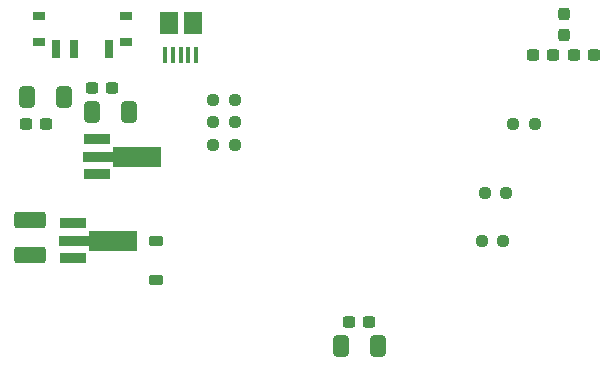
<source format=gtp>
%TF.GenerationSoftware,KiCad,Pcbnew,7.0.2-6a45011f42~172~ubuntu20.04.1*%
%TF.CreationDate,2023-07-24T18:38:05+02:00*%
%TF.ProjectId,pongCard,706f6e67-4361-4726-942e-6b696361645f,rev?*%
%TF.SameCoordinates,Original*%
%TF.FileFunction,Paste,Top*%
%TF.FilePolarity,Positive*%
%FSLAX46Y46*%
G04 Gerber Fmt 4.6, Leading zero omitted, Abs format (unit mm)*
G04 Created by KiCad (PCBNEW 7.0.2-6a45011f42~172~ubuntu20.04.1) date 2023-07-24 18:38:05*
%MOMM*%
%LPD*%
G01*
G04 APERTURE LIST*
G04 Aperture macros list*
%AMRoundRect*
0 Rectangle with rounded corners*
0 $1 Rounding radius*
0 $2 $3 $4 $5 $6 $7 $8 $9 X,Y pos of 4 corners*
0 Add a 4 corners polygon primitive as box body*
4,1,4,$2,$3,$4,$5,$6,$7,$8,$9,$2,$3,0*
0 Add four circle primitives for the rounded corners*
1,1,$1+$1,$2,$3*
1,1,$1+$1,$4,$5*
1,1,$1+$1,$6,$7*
1,1,$1+$1,$8,$9*
0 Add four rect primitives between the rounded corners*
20,1,$1+$1,$2,$3,$4,$5,0*
20,1,$1+$1,$4,$5,$6,$7,0*
20,1,$1+$1,$6,$7,$8,$9,0*
20,1,$1+$1,$8,$9,$2,$3,0*%
%AMFreePoly0*
4,1,9,5.362500,-0.866500,1.237500,-0.866500,1.237500,-0.450000,-1.237500,-0.450000,-1.237500,0.450000,1.237500,0.450000,1.237500,0.866500,5.362500,0.866500,5.362500,-0.866500,5.362500,-0.866500,$1*%
G04 Aperture macros list end*
%ADD10RoundRect,0.249999X0.412501X0.650001X-0.412501X0.650001X-0.412501X-0.650001X0.412501X-0.650001X0*%
%ADD11RoundRect,0.237500X0.300000X0.237500X-0.300000X0.237500X-0.300000X-0.237500X0.300000X-0.237500X0*%
%ADD12R,0.400000X1.350000*%
%ADD13R,1.500000X1.900000*%
%ADD14RoundRect,0.237500X-0.250000X-0.237500X0.250000X-0.237500X0.250000X0.237500X-0.250000X0.237500X0*%
%ADD15R,2.300000X0.900000*%
%ADD16FreePoly0,0.000000*%
%ADD17RoundRect,0.237500X0.250000X0.237500X-0.250000X0.237500X-0.250000X-0.237500X0.250000X-0.237500X0*%
%ADD18RoundRect,0.250000X-0.412500X-0.650000X0.412500X-0.650000X0.412500X0.650000X-0.412500X0.650000X0*%
%ADD19R,0.700000X1.500000*%
%ADD20R,1.000000X0.800000*%
%ADD21RoundRect,0.225000X-0.375000X0.225000X-0.375000X-0.225000X0.375000X-0.225000X0.375000X0.225000X0*%
%ADD22RoundRect,0.237500X0.237500X-0.300000X0.237500X0.300000X-0.237500X0.300000X-0.237500X-0.300000X0*%
%ADD23RoundRect,0.237500X-0.300000X-0.237500X0.300000X-0.237500X0.300000X0.237500X-0.300000X0.237500X0*%
%ADD24RoundRect,0.250001X-1.074999X0.462499X-1.074999X-0.462499X1.074999X-0.462499X1.074999X0.462499X0*%
G04 APERTURE END LIST*
D10*
X83439000Y-70406000D03*
X80314000Y-70406000D03*
D11*
X82015500Y-68374000D03*
X80290500Y-68374000D03*
D12*
X89097000Y-65580000D03*
X88447000Y-65580000D03*
X87797000Y-65580000D03*
X87147000Y-65580000D03*
X86497000Y-65580000D03*
D13*
X88797000Y-62880000D03*
X86797000Y-62880000D03*
D14*
X90527500Y-69390000D03*
X92352500Y-69390000D03*
X90527500Y-71295000D03*
X92352500Y-71295000D03*
D15*
X80735000Y-72716000D03*
D16*
X80822500Y-74216000D03*
D15*
X80735000Y-75716000D03*
X78703000Y-79828000D03*
D16*
X78790500Y-81328000D03*
D15*
X78703000Y-82828000D03*
D17*
X115339500Y-77264000D03*
X113514500Y-77264000D03*
D18*
X74764500Y-69136000D03*
X77889500Y-69136000D03*
D19*
X81719000Y-65138000D03*
X78719000Y-65138000D03*
X77219000Y-65138000D03*
D20*
X83119000Y-64488000D03*
X83119000Y-62278000D03*
X75819000Y-64488000D03*
X75819000Y-62278000D03*
D21*
X85725000Y-81328000D03*
X85725000Y-84628000D03*
D18*
X101396000Y-90218000D03*
X104521000Y-90218000D03*
D22*
X120269000Y-63902500D03*
X120269000Y-62177500D03*
D23*
X102034000Y-88186000D03*
X103759000Y-88186000D03*
D17*
X92376000Y-73200000D03*
X90551000Y-73200000D03*
D24*
X75057000Y-79586500D03*
X75057000Y-82561500D03*
D23*
X121084000Y-65580000D03*
X122809000Y-65580000D03*
D14*
X115951000Y-71422000D03*
X117776000Y-71422000D03*
D23*
X74702500Y-71422000D03*
X76427500Y-71422000D03*
D17*
X115085500Y-81328000D03*
X113260500Y-81328000D03*
D23*
X117628500Y-65580000D03*
X119353500Y-65580000D03*
M02*

</source>
